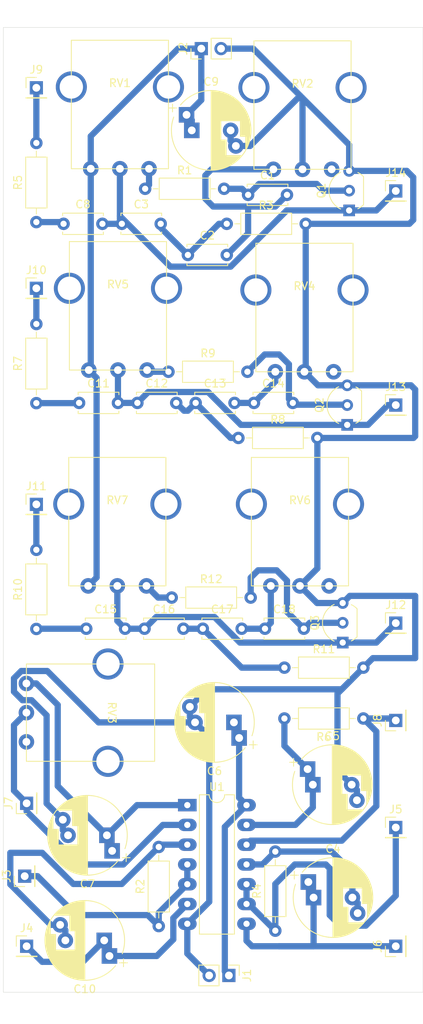
<source format=kicad_pcb>
(kicad_pcb (version 20240108) (generator "pcbnew") (generator_version "8.0")
  (layers (0 "F.Cu" signal) (31 "B.Cu" signal) (34 "B.Paste" user) (35 "F.Paste" user) (36 "B.SilkS" user "B.Silkscreen") (37 "F.SilkS" user "F.Silkscreen") (38 "B.Mask" user) (39 "F.Mask" user) (44 "Edge.Cuts" user))
  (net 0 "")
  (net 1 "Net-(Q1-B)")
  (net 2 "Net-(C1-Pad2)")
  (net 3 "Net-(C2-Pad1)")
  (net 4 "Net-(J14-Pin_1)")
  (net 5 "GND")
  (net 6 "Net-(R1-Pad1)")
  (net 7 "+5V")
  (net 8 "Net-(C4-Pad2)")
  (net 9 "Net-(J6-Pin_1)")
  (net 10 "Net-(C5-Pad1)")
  (net 11 "Net-(C7-Pad1)")
  (net 12 "Net-(C8-Pad1)")
  (net 13 "+BATT")
  (net 14 "Net-(C10-Pad2)")
  (net 15 "Net-(J4-Pin_1)")
  (net 16 "Net-(J13-Pin_1)")
  (net 17 "Net-(C11-Pad1)")
  (net 18 "Net-(C12-Pad2)")
  (net 19 "Net-(C13-Pad2)")
  (net 20 "Net-(Q2-B)")
  (net 21 "Net-(C15-Pad1)")
  (net 22 "Net-(J12-Pin_1)")
  (net 23 "Net-(C16-Pad2)")
  (net 24 "Net-(C17-Pad2)")
  (net 25 "Net-(Q3-B)")
  (net 26 "Net-(J3-Pin_1)")
  (net 27 "Net-(J5-Pin_1)")
  (net 28 "Net-(J7-Pin_1)")
  (net 29 "Net-(J8-Pin_1)")
  (net 30 "Net-(J9-Pin_1)")
  (net 31 "Net-(J10-Pin_1)")
  (net 32 "Net-(J11-Pin_1)")
  (net 33 "Net-(R9-Pad1)")
  (net 34 "Net-(R12-Pad1)")
  (footprint "Resistor_THT:R_Axial_DIN0207_L6.3mm_D2.5mm_P10.16mm_Horizontal" (layer "F.Cu") (at 50.25 95.25 90)
    (property "Reference" "R7" (at 5.08 -2.37 -90) (layer "F.SilkS"))
    (property "Value" "100k")
    (pad "1" thru_hole circle (at 0 0 90) (size 1.6 1.6) (drill 0.8) (layers "*.Cu" "*.Mask") (net 17 "Net-(C11-Pad1)"))
    (pad "2" thru_hole oval (at 10.16 0 90) (size 1.6 1.6) (drill 0.8) (layers "*.Cu" "*.Mask") (net 31 "Net-(J10-Pin_1)"))
  )
  (footprint "Resistor_THT:R_Axial_DIN0207_L6.3mm_D2.5mm_P10.16mm_Horizontal" (layer "F.Cu") (at 92.33 135.75 180)
    (property "Reference" "R6" (at 5.08 -2.37 180) (layer "F.SilkS"))
    (property "Value" "100k")
    (pad "1" thru_hole circle (at 0 0 180) (size 1.6 1.6) (drill 0.8) (layers "*.Cu" "*.Mask") (net 29 "Net-(J8-Pin_1)"))
    (pad "2" thru_hole oval (at 10.16 0 180) (size 1.6 1.6) (drill 0.8) (layers "*.Cu" "*.Mask") (net 10 "Net-(C5-Pad1)"))
  )
  (footprint "solarsound:potentiometer_tht_p120pk9c" (layer "F.Cu") (at 60.75 80.5)
    (property "Reference" "RV5" (at 0 -0.5 0) (layer "F.SilkS"))
    (property "Value" "10k")
    (pad "" thru_hole circle (at -6.25 0) (size 4 4) (drill 3) (layers "*.Cu" "*.Mask"))
    (pad "" thru_hole circle (at 6.25 0) (size 4 4) (drill 3) (layers "*.Cu" "*.Mask"))
    (pad "1" thru_hole circle (at -3.75 10.5) (size 2 2) (drill 1) (layers "*.Cu" "*.Mask") (net 13 "+BATT"))
    (pad "2" thru_hole circle (at 0 10.5) (size 2 2) (drill 1) (layers "*.Cu" "*.Mask") (net 16 "Net-(J13-Pin_1)"))
    (pad "3" thru_hole circle (at 3.75 10.5) (size 2 2) (drill 1) (layers "*.Cu" "*.Mask") (net 33 "Net-(R9-Pad1)"))
  )
  (footprint "Connector_PinHeader_2.54mm:PinHeader_1x01_P2.54mm_Vertical" (layer "F.Cu") (at 96.5 165 90)
    (property "Reference" "J6" (at 0 -2.33 -90) (layer "F.SilkS"))
    (property "Value" "patch")
    (pad "1" thru_hole rect (at 0 0 90) (size 1.7 1.7) (drill 1) (layers "*.Cu" "*.Mask") (net 9 "Net-(J6-Pin_1)"))
  )
  (footprint "Capacitor_THT:C_Disc_D5.0mm_W2.5mm_P5.00mm" (layer "F.Cu") (at 53.75 72.22)
    (property "Reference" "C8" (at 2.5 -2.5 0) (layer "F.SilkS"))
    (property "Value" "1uF")
    (pad "1" thru_hole circle (at 0 0) (size 1.6 1.6) (drill 0.8) (layers "*.Cu" "*.Mask") (net 12 "Net-(C8-Pad1)"))
    (pad "2" thru_hole circle (at 5 0) (size 1.6 1.6) (drill 0.8) (layers "*.Cu" "*.Mask") (net 4 "Net-(J14-Pin_1)"))
  )
  (footprint "Resistor_THT:R_Axial_DIN0207_L6.3mm_D2.5mm_P10.16mm_Horizontal" (layer "F.Cu") (at 66 162.41 90)
    (property "Reference" "R2" (at 5.08 -2.37 -90) (layer "F.SilkS"))
    (property "Value" "1k")
    (pad "1" thru_hole circle (at 0 0 90) (size 1.6 1.6) (drill 0.8) (layers "*.Cu" "*.Mask") (net 26 "Net-(J3-Pin_1)"))
    (pad "2" thru_hole oval (at 10.16 0 90) (size 1.6 1.6) (drill 0.8) (layers "*.Cu" "*.Mask") (net 14 "Net-(C10-Pad2)"))
  )
  (footprint "Capacitor_THT:C_Disc_D5.0mm_W2.5mm_P5.00mm" (layer "F.Cu") (at 70.75 95.22)
    (property "Reference" "C13" (at 2.5 -2.5 0) (layer "F.SilkS"))
    (property "Value" "100nF")
    (pad "1" thru_hole circle (at 0 0) (size 1.6 1.6) (drill 0.8) (layers "*.Cu" "*.Mask") (net 18 "Net-(C12-Pad2)"))
    (pad "2" thru_hole circle (at 5 0) (size 1.6 1.6) (drill 0.8) (layers "*.Cu" "*.Mask") (net 19 "Net-(C13-Pad2)"))
  )
  (footprint "Connector_PinHeader_2.54mm:PinHeader_1x01_P2.54mm_Vertical" (layer "F.Cu") (at 96.5 136 90)
    (property "Reference" "J8" (at 0 -2.33 -90) (layer "F.SilkS"))
    (property "Value" "patch")
    (pad "1" thru_hole rect (at 0 0 90) (size 1.7 1.7) (drill 1) (layers "*.Cu" "*.Mask") (net 29 "Net-(J8-Pin_1)"))
  )
  (footprint "Connector_PinHeader_2.54mm:PinHeader_1x01_P2.54mm_Vertical" (layer "F.Cu") (at 48.75 156 90)
    (property "Reference" "J3" (at 0 -2.33 -90) (layer "F.SilkS"))
    (property "Value" "patch")
    (pad "1" thru_hole rect (at 0 0 90) (size 1.7 1.7) (drill 1) (layers "*.Cu" "*.Mask") (net 26 "Net-(J3-Pin_1)"))
  )
  (footprint "Capacitor_THT:CP_Radial_D10.0mm_P5.00mm_P7.50mm" (layer "F.Cu") (at 75.672144 136.25 180)
    (property "Reference" "C6" (at 2.5 -6.25 180) (layer "F.SilkS"))
    (property "Value" "470uF")
    (pad "1" thru_hole rect (at -0.672144 -2 180) (size 2 2) (drill 1) (layers "*.Cu" "*.Mask") (net 7 "+5V"))
    (pad "1" thru_hole rect (at 0 0 180) (size 2 2) (drill 1) (layers "*.Cu" "*.Mask") (net 7 "+5V"))
    (pad "2" thru_hole circle (at 5 0 180) (size 2 2) (drill 1) (layers "*.Cu" "*.Mask") (net 5 "GND"))
    (pad "2" thru_hole circle (at 5.672144 2 180) (size 2 2) (drill 1) (layers "*.Cu" "*.Mask") (net 5 "GND"))
  )
  (footprint "Connector_PinHeader_2.54mm:PinHeader_1x02_P2.54mm_Vertical" (layer "F.Cu") (at 71.475 49.72 90)
    (property "Reference" "J2" (at 0 -2.33 -90) (layer "F.SilkS"))
    (property "Value" "Conn_01x02_Pin")
    (pad "1" thru_hole rect (at 0 0 90) (size 1.7 1.7) (drill 1) (layers "*.Cu" "*.Mask") (net 13 "+BATT"))
    (pad "2" thru_hole oval (at 0 2.54 90) (size 1.7 1.7) (drill 1) (layers "*.Cu" "*.Mask") (net 5 "GND"))
  )
  (footprint "solarsound:potentiometer_tht_p120pk9c" (layer "F.Cu") (at 61 54.645)
    (property "Reference" "RV1" (at 0 -0.5 0) (layer "F.SilkS"))
    (property "Value" "10k")
    (pad "" thru_hole circle (at -6.25 0) (size 4 4) (drill 3) (layers "*.Cu" "*.Mask"))
    (pad "" thru_hole circle (at 6.25 0) (size 4 4) (drill 3) (layers "*.Cu" "*.Mask"))
    (pad "1" thru_hole circle (at -3.75 10.5) (size 2 2) (drill 1) (layers "*.Cu" "*.Mask") (net 13 "+BATT"))
    (pad "2" thru_hole circle (at 0 10.5) (size 2 2) (drill 1) (layers "*.Cu" "*.Mask") (net 4 "Net-(J14-Pin_1)"))
    (pad "3" thru_hole circle (at 3.75 10.5) (size 2 2) (drill 1) (layers "*.Cu" "*.Mask") (net 6 "Net-(R1-Pad1)"))
  )
  (footprint "Connector_PinHeader_2.54mm:PinHeader_1x01_P2.54mm_Vertical" (layer "F.Cu") (at 50.25 80.5)
    (property "Reference" "J10" (at 0 -2.33 0) (layer "F.SilkS"))
    (property "Value" "in")
    (pad "1" thru_hole rect (at 0 0) (size 1.7 1.7) (drill 1) (layers "*.Cu" "*.Mask") (net 31 "Net-(J10-Pin_1)"))
  )
  (footprint "Resistor_THT:R_Axial_DIN0207_L6.3mm_D2.5mm_P10.16mm_Horizontal" (layer "F.Cu") (at 67.25 91.22)
    (property "Reference" "R9" (at 5.08 -2.37 0) (layer "F.SilkS"))
    (property "Value" "200k")
    (pad "1" thru_hole circle (at 0 0) (size 1.6 1.6) (drill 0.8) (layers "*.Cu" "*.Mask") (net 33 "Net-(R9-Pad1)"))
    (pad "2" thru_hole oval (at 10.16 0) (size 1.6 1.6) (drill 0.8) (layers "*.Cu" "*.Mask") (net 20 "Net-(Q2-B)"))
  )
  (footprint "Connector_PinHeader_2.54mm:PinHeader_1x01_P2.54mm_Vertical" (layer "F.Cu") (at 49 146.64 90)
    (property "Reference" "J7" (at 0 -2.33 -90) (layer "F.SilkS"))
    (property "Value" "patch")
    (pad "1" thru_hole rect (at 0 0 90) (size 1.7 1.7) (drill 1) (layers "*.Cu" "*.Mask") (net 28 "Net-(J7-Pin_1)"))
  )
  (footprint "Capacitor_THT:CP_Radial_D10.0mm_P5.00mm_P7.50mm" (layer "F.Cu") (at 70.25 60.22)
    (property "Reference" "C9" (at 2.5 -6.25 0) (layer "F.SilkS"))
    (property "Value" "470uF")
    (pad "1" thru_hole rect (at -0.672144 -2) (size 2 2) (drill 1) (layers "*.Cu" "*.Mask") (net 13 "+BATT"))
    (pad "1" thru_hole rect (at 0 0) (size 2 2) (drill 1) (layers "*.Cu" "*.Mask") (net 13 "+BATT"))
    (pad "2" thru_hole circle (at 5 0) (size 2 2) (drill 1) (layers "*.Cu" "*.Mask") (net 5 "GND"))
    (pad "2" thru_hole circle (at 5.672144 2) (size 2 2) (drill 1) (layers "*.Cu" "*.Mask") (net 5 "GND"))
  )
  (footprint "solarsound:potentiometer_tht_p120pk9c" (layer "F.Cu") (at 84.5 54.72)
    (property "Reference" "RV2" (at 0 -0.5 0) (layer "F.SilkS"))
    (property "Value" "10k")
    (pad "" thru_hole circle (at -6.25 0) (size 4 4) (drill 3) (layers "*.Cu" "*.Mask"))
    (pad "" thru_hole circle (at 6.25 0) (size 4 4) (drill 3) (layers "*.Cu" "*.Mask"))
    (pad "1" thru_hole circle (at -3.75 10.5) (size 2 2) (drill 1) (layers "*.Cu" "*.Mask") (net 2 "Net-(C1-Pad2)"))
    (pad "2" thru_hole circle (at 0 10.5) (size 2 2) (drill 1) (layers "*.Cu" "*.Mask") (net 5 "GND"))
    (pad "3" thru_hole circle (at 3.75 10.5) (size 2 2) (drill 1) (layers "*.Cu" "*.Mask"))
  )
  (footprint "Capacitor_THT:C_Disc_D5.0mm_W2.5mm_P5.00mm" (layer "F.Cu") (at 77.5 68.5)
    (property "Reference" "C1" (at 2.5 -2.5 0) (layer "F.SilkS"))
    (property "Value" "100nF")
    (pad "1" thru_hole circle (at 0 0) (size 1.6 1.6) (drill 0.8) (layers "*.Cu" "*.Mask") (net 1 "Net-(Q1-B)"))
    (pad "2" thru_hole circle (at 5 0) (size 1.6 1.6) (drill 0.8) (layers "*.Cu" "*.Mask") (net 2 "Net-(C1-Pad2)"))
  )
  (footprint "Connector_PinHeader_2.54mm:PinHeader_1x01_P2.54mm_Vertical" (layer "F.Cu") (at 96.5 123.5)
    (property "Reference" "J12" (at 0 -2.33 0) (layer "F.SilkS"))
    (property "Value" "out")
    (pad "1" thru_hole rect (at 0 0) (size 1.7 1.7) (drill 1) (layers "*.Cu" "*.Mask") (net 22 "Net-(J12-Pin_1)"))
  )
  (footprint "Resistor_THT:R_Axial_DIN0207_L6.3mm_D2.5mm_P10.16mm_Horizontal" (layer "F.Cu") (at 50.25 72 90)
    (property "Reference" "R5" (at 5.08 -2.37 -90) (layer "F.SilkS"))
    (property "Value" "100k")
    (pad "1" thru_hole circle (at 0 0 90) (size 1.6 1.6) (drill 0.8) (layers "*.Cu" "*.Mask") (net 12 "Net-(C8-Pad1)"))
    (pad "2" thru_hole oval (at 10.16 0 90) (size 1.6 1.6) (drill 0.8) (layers "*.Cu" "*.Mask") (net 30 "Net-(J9-Pin_1)"))
  )
  (footprint "Capacitor_THT:C_Disc_D5.0mm_W2.5mm_P5.00mm" (layer "F.Cu") (at 64.17 124.22)
    (property "Reference" "C16" (at 2.5 -2.5 0) (layer "F.SilkS"))
    (property "Value" "100nF")
    (pad "1" thru_hole circle (at 0 0) (size 1.6 1.6) (drill 0.8) (layers "*.Cu" "*.Mask") (net 22 "Net-(J12-Pin_1)"))
    (pad "2" thru_hole circle (at 5 0) (size 1.6 1.6) (drill 0.8) (layers "*.Cu" "*.Mask") (net 23 "Net-(C16-Pad2)"))
  )
  (footprint "Capacitor_THT:CP_Radial_D10.0mm_P5.00mm_P7.50mm" (layer "F.Cu") (at 85.922144 158.75)
    (property "Reference" "C4" (at 2.5 -6.25 0) (layer "F.SilkS"))
    (property "Value" "10uF")
    (pad "1" thru_hole rect (at -0.672144 -2) (size 2 2) (drill 1) (layers "*.Cu" "*.Mask") (net 9 "Net-(J6-Pin_1)"))
    (pad "1" thru_hole rect (at 0 0) (size 2 2) (drill 1) (layers "*.Cu" "*.Mask") (net 9 "Net-(J6-Pin_1)"))
    (pad "2" thru_hole circle (at 5 0) (size 2 2) (drill 1) (layers "*.Cu" "*.Mask") (net 8 "Net-(C4-Pad2)"))
    (pad "2" thru_hole circle (at 5.672144 2) (size 2 2) (drill 1) (layers "*.Cu" "*.Mask") (net 8 "Net-(C4-Pad2)"))
  )
  (footprint "Package_TO_SOT_THT:TO-92_Inline_Wide" (layer "F.Cu") (at 90.25 98.04 90)
    (property "Reference" "Q2" (at 2.54 -3.56 90) (layer "F.SilkS"))
    (property "Value" "BC548")
    (pad "1" thru_hole rect (at 0 0 90) (size 1.5 1.5) (drill 0.8) (layers "*.Cu" "*.Mask") (net 16 "Net-(J13-Pin_1)"))
    (pad "2" thru_hole circle (at 2.54 0 90) (size 1.5 1.5) (drill 0.8) (layers "*.Cu" "*.Mask") (net 20 "Net-(Q2-B)"))
    (pad "3" thru_hole circle (at 5.08 0 90) (size 1.5 1.5) (drill 0.8) (layers "*.Cu" "*.Mask") (net 5 "GND"))
  )
  (footprint "Resistor_THT:R_Axial_DIN0207_L6.3mm_D2.5mm_P10.16mm_Horizontal" (layer "F.Cu") (at 50.25 124.25 90)
    (property "Reference" "R10" (at 5.08 -2.37 -90) (layer "F.SilkS"))
    (property "Value" "100k")
    (pad "1" thru_hole circle (at 0 0 90) (size 1.6 1.6) (drill 0.8) (layers "*.Cu" "*.Mask") (net 21 "Net-(C15-Pad1)"))
    (pad "2" thru_hole oval (at 10.16 0 90) (size 1.6 1.6) (drill 0.8) (layers "*.Cu" "*.Mask") (net 32 "Net-(J11-Pin_1)"))
  )
  (footprint "Resistor_THT:R_Axial_DIN0207_L6.3mm_D2.5mm_P10.16mm_Horizontal" (layer "F.Cu") (at 67.67 120.22)
    (property "Reference" "R12" (at 5.08 -2.37 0) (layer "F.SilkS"))
    (property "Value" "200k")
    (pad "1" thru_hole circle (at 0 0) (size 1.6 1.6) (drill 0.8) (layers "*.Cu" "*.Mask") (net 34 "Net-(R12-Pad1)"))
    (pad "2" thru_hole oval (at 10.16 0) (size 1.6 1.6) (drill 0.8) (layers "*.Cu" "*.Mask") (net 25 "Net-(Q3-B)"))
  )
  (footprint "Connector_PinHeader_2.54mm:PinHeader_1x01_P2.54mm_Vertical" (layer "F.Cu") (at 50.25 108.25)
    (property "Reference" "J11" (at 0 -2.33 0) (layer "F.SilkS"))
    (property "Value" "in")
    (pad "1" thru_hole rect (at 0 0) (size 1.7 1.7) (drill 1) (layers "*.Cu" "*.Mask") (net 32 "Net-(J11-Pin_1)"))
  )
  (footprint "Package_TO_SOT_THT:TO-92_Inline_Wide" (layer "F.Cu") (at 89.67 126 90)
    (property "Reference" "Q3" (at 2.54 -3.56 90) (layer "F.SilkS"))
    (property "Value" "BC548")
    (pad "1" thru_hole rect (at 0 0 90) (size 1.5 1.5) (drill 0.8) (layers "*.Cu" "*.Mask") (net 22 "Net-(J12-Pin_1)"))
    (pad "2" thru_hole circle (at 2.54 0 90) (size 1.5 1.5) (drill 0.8) (layers "*.Cu" "*.Mask") (net 25 "Net-(Q3-B)"))
    (pad "3" thru_hole circle (at 5.08 0 90) (size 1.5 1.5) (drill 0.8) (layers "*.Cu" "*.Mask") (net 5 "GND"))
  )
  (footprint "Package_TO_SOT_THT:TO-92_Inline_Wide" (layer "F.Cu") (at 90.5 70.5 90)
    (property "Reference" "Q1" (at 2.54 -3.56 90) (layer "F.SilkS"))
    (property "Value" "BC548")
    (pad "1" thru_hole rect (at 0 0 90) (size 1.5 1.5) (drill 0.8) (layers "*.Cu" "*.Mask") (net 4 "Net-(J14-Pin_1)"))
    (pad "2" thru_hole circle (at 2.54 0 90) (size 1.5 1.5) (drill 0.8) (layers "*.Cu" "*.Mask") (net 1 "Net-(Q1-B)"))
    (pad "3" thru_hole circle (at 5.08 0 90) (size 1.5 1.5) (drill 0.8) (layers "*.Cu" "*.Mask") (net 5 "GND"))
  )
  (footprint "Resistor_THT:R_Axial_DIN0207_L6.3mm_D2.5mm_P10.16mm_Horizontal" (layer "F.Cu") (at 64.25 67.72)
    (property "Reference" "R1" (at 5.08 -2.37 0) (layer "F.SilkS"))
    (property "Value" "200k")
    (pad "1" thru_hole circle (at 0 0) (size 1.6 1.6) (drill 0.8) (layers "*.Cu" "*.Mask") (net 6 "Net-(R1-Pad1)"))
    (pad "2" thru_hole oval (at 10.16 0) (size 1.6 1.6) (drill 0.8) (layers "*.Cu" "*.Mask") (net 1 "Net-(Q1-B)"))
  )
  (footprint "Connector_PinHeader_2.54mm:PinHeader_1x01_P2.54mm_Vertical" (layer "F.Cu") (at 96.5 68)
    (property "Reference" "J14" (at 0 -2.33 0) (layer "F.SilkS"))
    (property "Value" "out")
    (pad "1" thru_hole rect (at 0 0) (size 1.7 1.7) (drill 1) (layers "*.Cu" "*.Mask") (net 4 "Net-(J14-Pin_1)"))
  )
  (footprint "solarsound:potentiometer_tht_p120pk9c" (layer "F.Cu") (at 59.47 135 -90)
    (property "Reference" "RV3" (at 0 -0.5 -90) (layer "F.SilkS"))
    (property "Value" "10k")
    (pad "" thru_hole circle (at -6.25 0 270) (size 4 4) (drill 3) (layers "*.Cu" "*.Mask"))
    (pad "" thru_hole circle (at 6.25 0 270) (size 4 4) (drill 3) (layers "*.Cu" "*.Mask"))
    (pad "1" thru_hole circle (at -3.75 10.5 270) (size 2 2) (drill 1) (layers "*.Cu" "*.Mask") (net 11 "Net-(C7-Pad1)"))
    (pad "2" thru_hole circle (at 0 10.5 270) (size 2 2) (drill 1) (layers "*.Cu" "*.Mask") (net 28 "Net-(J7-Pin_1)"))
    (pad "3" thru_hole circle (at 3.75 10.5 270) (size 2 2) (drill 1) (layers "*.Cu" "*.Mask"))
  )
  (footprint "Capacitor_THT:CP_Radial_D10.0mm_P5.00mm_P7.50mm" (layer "F.Cu") (at 59.327856 150.75 180)
    (property "Reference" "C7" (at 2.5 -6.25 180) (layer "F.SilkS"))
    (property "Value" "470uF")
    (pad "1" thru_hole rect (at -0.672144 -2 180) (size 2 2) (drill 1) (layers "*.Cu" "*.Mask") (net 11 "Net-(C7-Pad1)"))
    (pad "1" thru_hole rect (at 0 0 180) (size 2 2) (drill 1) (layers "*.Cu" "*.Mask") (net 11 "Net-(C7-Pad1)"))
    (pad "2" thru_hole circle (at 5 0 180) (size 2 2) (drill 1) (layers "*.Cu" "*.Mask") (net 5 "GND"))
    (pad "2" thru_hole circle (at 5.672144 2 180) (size 2 2) (drill 1) (layers "*.Cu" "*.Mask") (net 5 "GND"))
  )
  (footprint "solarsound:potentiometer_tht_p120pk9c" (layer "F.Cu") (at 60.67 108.22)
    (property "Reference" "RV7" (at 0 -0.5 0) (layer "F.SilkS"))
    (property "Value" "10k")
    (pad "" thru_hole circle (at -6.25 0) (size 4 4) (drill 3) (layers "*.Cu" "*.Mask"))
    (pad "" thru_hole circle (at 6.25 0) (size 4 4) (drill 3) (layers "*.Cu" "*.Mask"))
    (pad "1" thru_hole circle (at -3.75 10.5) (size 2 2) (drill 1) (layers "*.Cu" "*.Mask") (net 13 "+BATT"))
    (pad "2" thru_hole circle (at 0 10.5) (size 2 2) (drill 1) (layers "*.Cu" "*.Mask") (net 22 "Net-(J12-Pin_1)"))
    (pad "3" thru_hole circle (at 3.75 10.5) (size 2 2) (drill 1) (layers "*.Cu" "*.Mask") (net 34 "Net-(R12-Pad1)"))
  )
  (footprint "Capacitor_THT:C_Disc_D5.0mm_W2.5mm_P5.00mm" (layer "F.Cu") (at 61.25 72.22)
    (property "Reference" "C3" (at 2.5 -2.5 0) (layer "F.SilkS"))
    (property "Value" "100nF")
    (pad "1" thru_hole circle (at 0 0) (size 1.6 1.6) (drill 0.8) (layers "*.Cu" "*.Mask") (net 4 "Net-(J14-Pin_1)"))
    (pad "2" thru_hole circle (at 5 0) (size 1.6 1.6) (drill 0.8) (layers "*.Cu" "*.Mask") (net 3 "Net-(C2-Pad1)"))
  )
  (footprint "Package_DIP:DIP-14_W7.62mm_LongPads" (layer "F.Cu") (at 69.675 146.875)
    (property "Reference" "U1" (at 3.81 -2.33 0) (layer "F.SilkS"))
    (property "Value" "74HC14")
    (pad "1" thru_hole rect (at 0 0) (size 2.4 1.6) (drill 0.8) (layers "*.Cu" "*.Mask") (net 11 "Net-(C7-Pad1)"))
    (pad "2" thru_hole oval (at 0 2.54) (size 2.4 1.6) (drill 0.8) (layers "*.Cu" "*.Mask") (net 28 "Net-(J7-Pin_1)"))
    (pad "3" thru_hole oval (at 0 5.08) (size 2.4 1.6) (drill 0.8) (layers "*.Cu" "*.Mask") (net 14 "Net-(C10-Pad2)"))
    (pad "4" thru_hole oval (at 0 7.62) (size 2.4 1.6) (drill 0.8) (layers "*.Cu" "*.Mask") (net 26 "Net-(J3-Pin_1)"))
    (pad "5" thru_hole oval (at 0 10.16) (size 2.4 1.6) (drill 0.8) (layers "*.Cu" "*.Mask") (net 26 "Net-(J3-Pin_1)"))
    (pad "6" thru_hole oval (at 0 12.7) (size 2.4 1.6) (drill 0.8) (layers "*.Cu" "*.Mask") (net 15 "Net-(J4-Pin_1)"))
    (pad "7" thru_hole oval (at 0 15.24) (size 2.4 1.6) (drill 0.8) (layers "*.Cu" "*.Mask") (net 5 "GND"))
    (pad "8" thru_hole oval (at 7.62 15.24) (size 2.4 1.6) (drill 0.8) (layers "*.Cu" "*.Mask") (net 9 "Net-(J6-Pin_1)"))
    (pad "9" thru_hole oval (at 7.62 12.7) (size 2.4 1.6) (drill 0.8) (layers "*.Cu" "*.Mask") (net 27 "Net-(J5-Pin_1)"))
    (pad "10" thru_hole oval (at 7.62 10.16) (size 2.4 1.6) (drill 0.8) (layers "*.Cu" "*.Mask") (net 27 "Net-(J5-Pin_1)"))
    (pad "11" thru_hole oval (at 7.62 7.62) (size 2.4 1.6) (drill 0.8) (layers "*.Cu" "*.Mask") (net 8 "Net-(C4-Pad2)"))
    (pad "12" thru_hole oval (at 7.62 5.08) (size 2.4 1.6) (drill 0.8) (layers "*.Cu" "*.Mask") (net 29 "Net-(J8-Pin_1)"))
    (pad "13" thru_hole oval (at 7.62 2.54) (size 2.4 1.6) (drill 0.8) (layers "*.Cu" "*.Mask") (net 10 "Net-(C5-Pad1)"))
    (pad "14" thru_hole oval (at 7.62 0) (size 2.4 1.6) (drill 0.8) (layers "*.Cu" "*.Mask") (net 7 "+5V"))
  )
  (footprint "Capacitor_THT:C_Disc_D5.0mm_W2.5mm_P5.00mm" (layer "F.Cu") (at 71.67 124.22)
    (property "Reference" "C17" (at 2.5 -2.5 0) (layer "F.SilkS"))
    (property "Value" "100nF")
    (pad "1" thru_hole circle (at 0 0) (size 1.6 1.6) (drill 0.8) (layers "*.Cu" "*.Mask") (net 23 "Net-(C16-Pad2)"))
    (pad "2" thru_hole circle (at 5 0) (size 1.6 1.6) (drill 0.8) (layers "*.Cu" "*.Mask") (net 24 "Net-(C17-Pad2)"))
  )
  (footprint "solarsound:potentiometer_tht_p120pk9c" (layer "F.Cu") (at 84.75 80.72)
    (property "Reference" "RV4" (at 0 -0.5 0) (layer "F.SilkS"))
    (property "Value" "10k")
    (pad "" thru_hole circle (at -6.25 0) (size 4 4) (drill 3) (layers "*.Cu" "*.Mask"))
    (pad "" thru_hole circle (at 6.25 0) (size 4 4) (drill 3) (layers "*.Cu" "*.Mask"))
    (pad "1" thru_hole circle (at -3.75 10.5) (size 2 2) (drill 1) (layers "*.Cu" "*.Mask") (net 19 "Net-(C13-Pad2)"))
    (pad "2" thru_hole circle (at 0 10.5) (size 2 2) (drill 1) (layers "*.Cu" "*.Mask") (net 5 "GND"))
    (pad "3" thru_hole circle (at 3.75 10.5) (size 2 2) (drill 1) (layers "*.Cu" "*.Mask"))
  )
  (footprint "Capacitor_THT:C_Disc_D5.0mm_W2.5mm_P5.00mm" (layer "F.Cu") (at 55.75 95.22)
    (property "Reference" "C11" (at 2.5 -2.5 0) (layer "F.SilkS"))
    (property "Value" "1uF")
    (pad "1" thru_hole circle (at 0 0) (size 1.6 1.6) (drill 0.8) (layers "*.Cu" "*.Mask") (net 17 "Net-(C11-Pad1)"))
    (pad "2" thru_hole circle (at 5 0) (size 1.6 1.6) (drill 0.8) (layers "*.Cu" "*.Mask") (net 16 "Net-(J13-Pin_1)"))
  )
  (footprint "Capacitor_THT:C_Disc_D5.0mm_W2.5mm_P5.00mm" (layer "F.Cu") (at 63.25 95.22)
    (property "Reference" "C12" (at 2.5 -2.5 0) (layer "F.SilkS"))
    (property "Value" "100nF")
    (pad "1" thru_hole circle (at 0 0) (size 1.6 1.6) (drill 0.8) (layers "*.Cu" "*.Mask") (net 16 "Net-(J13-Pin_1)"))
    (pad "2" thru_hole circle (at 5 0) (size 1.6 1.6) (drill 0.8) (layers "*.Cu" "*.Mask") (net 18 "Net-(C12-Pad2)"))
  )
  (footprint "Resistor_THT:R_Axial_DIN0207_L6.3mm_D2.5mm_P10.16mm_Horizontal" (layer "F.Cu") (at 74.75 72.22)
    (property "Reference" "R3" (at 5.08 -2.37 0) (layer "F.SilkS"))
    (property "Value" "10k")
    (pad "1" thru_hole circle (at 0 0) (size 1.6 1.6) (drill 0.8) (layers "*.Cu" "*.Mask") (net 3 "Net-(C2-Pad1)"))
    (pad "2" thru_hole oval (at 10.16 0) (size 1.6 1.6) (drill 0.8) (layers "*.Cu" "*.Mask") (net 5 "GND"))
  )
  (footprint "Capacitor_THT:C_Disc_D5.0mm_W2.5mm_P5.00mm" (layer "F.Cu") (at 69.75 76.22)
    (property "Reference" "C2" (at 2.5 -2.5 0) (layer "F.SilkS"))
    (property "Value" "100nF")
    (pad "1" thru_hole circle (at 0 0) (size 1.6 1.6) (drill 0.8) (layers "*.Cu" "*.Mask") (net 3 "Net-(C2-Pad1)"))
    (pad "2" thru_hole circle (at 5 0) (size 1.6 1.6) (drill 0.8) (layers "*.Cu" "*.Mask") (net 2 "Net-(C1-Pad2)"))
  )
  (footprint "Connector_PinHeader_2.54mm:PinHeader_1x02_P2.54mm_Vertical" (layer "F.Cu") (at 75.025 168.75 -90)
    (property "Reference" "J1" (at 0 -2.33 90) (layer "F.SilkS"))
    (property "Value" "Conn_01x02_Pin")
    (pad "1" thru_hole rect (at 0 0 270) (size 1.7 1.7) (drill 1) (layers "*.Cu" "*.Mask") (net 7 "+5V"))
    (pad "2" thru_hole oval (at 0 2.54 270) (size 1.7 1.7) (drill 1) (layers "*.Cu" "*.Mask") (net 5 "GND"))
  )
  (footprint "Resistor_THT:R_Axial_DIN0207_L6.3mm_D2.5mm_P10.16mm_Horizontal" (layer "F.Cu") (at 82.17 129.22)
    (property "Reference" "R11" (at 5.08 -2.37 0) (layer "F.SilkS"))
    (property "Value" "10k")
    (pad "1" thru_hole circle (at 0 0) (size 1.6 1.6) (drill 0.8) (layers "*.Cu" "*.Mask") (net 23 "Net-(C16-Pad2)"))
    (pad "2" thru_hole oval (at 10.16 0) (size 1.6 1.6) (drill 0.8) (layers "*.Cu" "*.Mask") (net 5 "GND"))
  )
  (footprint "Capacitor_THT:C_Disc_D5.0mm_W2.5mm_P5.00mm" (layer "F.Cu") (at 78.25 95.22)
    (property "Reference" "C14" (at 2.5 -2.5 0) (layer "F.SilkS"))
    (property "Value" "100nF")
    (pad "1" thru_hole circle (at 0 0) (size 1.6 1.6) (drill 0.8) (layers "*.Cu" "*.Mask") (net 19 "Net-(C13-Pad2)"))
    (pad "2" thru_hole circle (at 5 0) (size 1.6 1.6) (drill 0.8) (layers "*.Cu" "*.Mask") (net 20 "Net-(Q2-B)"))
  )
  (footprint "Connector_PinHeader_2.54mm:PinHeader_1x01_P2.54mm_Vertical" (layer "F.Cu") (at 96.5 149.75)
    (property "Reference" "J5" (at 0 -2.33 0) (layer "F.SilkS"))
    (property "Value" "patch")
    (pad "1" thru_hole rect (at 0 0) (size 1.7 1.7) (drill 1) (layers "*.Cu" "*.Mask") (net 27 "Net-(J5-Pin_1)"))
  )
  (footprint "Capacitor_THT:CP_Radial_D10.0mm_P5.00mm_P7.50mm" (layer "F.Cu") (at 85.827856 144.25)
    (property "Reference" "C5" (at 2.5 -6.25 0) (layer "F.SilkS"))
    (property "Value" "10uF")
    (pad "1" thru_hole rect (at -0.672144 -2) (size 2 2) (drill 1) (layers "*.Cu" "*.Mask") (net 10 "Net-(C5-Pad1)"))
    (pad "1" thru_hole rect (at 0 0) (size 2 2) (drill 1) (layers "*.Cu" "*.Mask") (net 10 "Net-(C5-Pad1)"))
    (pad "2" thru_hole circle (at 5 0) (size 2 2) (drill 1) (layers "*.Cu" "*.Mask") (net 5 "GND"))
    (pad "2" thru_hole circle (at 5.672144 2) (size 2 2) (drill 1) (layers "*.Cu" "*.Mask") (net 5 "GND"))
  )
  (footprint "Capacitor_THT:C_Disc_D5.0mm_W2.5mm_P5.00mm" (layer "F.Cu") (at 56.67 124.22)
    (property "Reference" "C15" (at 2.5 -2.5 0) (layer "F.SilkS"))
    (property "Value" "1uF")
    (pad "1" thru_hole circle (at 0 0) (size 1.6 1.6) (drill 0.8) (layers "*.Cu" "*.Mask") (net 21 "Net-(C15-Pad1)"))
    (pad "2" thru_hole circle (at 5 0) (size 1.6 1.6) (drill 0.8) (layers "*.Cu" "*.Mask") (net 22 "Net-(J12-Pin_1)"))
  )
  (footprint "Resistor_THT:R_Axial_DIN0207_L6.3mm_D2.5mm_P10.16mm_Horizontal" (layer "F.Cu") (at 76.25 99.72)
    (property "Reference" "R8" (at 5.08 -2.37 0) (layer "F.SilkS"))
    (property "Value" "10k")
    (pad "1" thru_hole circle (at 0 0) (size 1.6 1.6) (drill 0.8) (layers "*.Cu" "*.Mask") (net 18 "Net-(C12-Pad2)"))
    (pad "2" thru_hole oval (at 10.16 0) (size 1.6 1.6) (drill 0.8) (layers "*.Cu" "*.Mask") (net 5 "GND"))
  )
  (footprint "Connector_PinHeader_2.54mm:PinHeader_1x01_P2.54mm_Vertical" (layer "F.Cu") (at 96.5 95.5)
    (property "Reference" "J13" (at 0 -2.33 0) (layer "F.SilkS"))
    (property "Value" "out")
    (pad "1" thru_hole rect (at 0 0) (size 1.7 1.7) (drill 1) (layers "*.Cu" "*.Mask") (net 16 "Net-(J13-Pin_1)"))
  )
  (footprint "solarsound:potentiometer_tht_p120pk9c" (layer "F.Cu") (at 84.17 108.22)
    (property "Reference" "RV6" (at 0 -0.5 0) (layer "F.SilkS"))
    (property "Value" "10k")
    (pad "" thru_hole circle (at -6.25 0) (size 4 4) (drill 3) (layers "*.Cu" "*.Mask"))
    (pad "" thru_hole circle (at 6.25 0) (size 4 4) (drill 3) (layers "*.Cu" "*.Mask"))
    (pad "1" thru_hole circle (at -3.75 10.5) (size 2 2) (drill 1) (layers "*.Cu" "*.Mask") (net 24 "Net-(C17-Pad2)"))
    (pad "2" thru_hole circle (at 0 10.5) (size 2 2) (drill 1) (layers "*.Cu" "*.Mask") (net 5 "GND"))
    (pad "3" thru_hole circle (at 3.75 10.5) (size 2 2) (drill 1) (layers "*.Cu" "*.Mask"))
  )
  (footprint "Capacitor_THT:CP_Radial_D10.0mm_P5.00mm_P7.50mm" (layer "F.Cu") (at 58.982677 164.25 180)
    (property "Reference" "C10" (at 2.5 -6.25 180) (layer "F.SilkS"))
    (property "Value" "10uF")
    (pad "1" thru_hole rect (at -0.672144 -2 180) (size 2 2) (drill 1) (layers "*.Cu" "*.Mask") (net 15 "Net-(J4-Pin_1)"))
    (pad "1" thru_hole rect (at 0 0 180) (size 2 2) (drill 1) (layers "*.Cu" "*.Mask") (net 15 "Net-(J4-Pin_1)"))
    (pad "2" thru_hole circle (at 5 0 180) (size 2 2) (drill 1) (layers "*.Cu" "*.Mask") (net 14 "Net-(C10-Pad2)"))
    (pad "2" thru_hole circle (at 5.672144 2 180) (size 2 2) (drill 1) (layers "*.Cu" "*.Mask") (net 14 "Net-(C10-Pad2)"))
  )
  (footprint "Capacitor_THT:C_Disc_D5.0mm_W2.5mm_P5.00mm" (layer "F.Cu") (at 79.67 124.22)
    (property "Reference" "C18" (at 2.5 -2.5 0) (layer "F.SilkS"))
    (property "Value" "100nF")
    (pad "1" thru_hole circle (at 0 0) (size 1.6 1.6) (drill 0.8) (layers "*.Cu" "*.Mask") (net 24 "Net-(C17-Pad2)"))
    (pad "2" thru_hole circle (at 5 0) (size 1.6 1.6) (drill 0.8) (layers "*.Cu" "*.Mask") (net 25 "Net-(Q3-B)"))
  )
  (footprint "Resistor_THT:R_Axial_DIN0207_L6.3mm_D2.5mm_P10.16mm_Horizontal" (layer "F.Cu") (at 81 163 90)
    (property "Reference" "R4" (at 5.08 -2.37 -90) (layer "F.SilkS"))
    (property "Value" "10k")
    (pad "1" thru_hole circle (at 0 0 90) (size 1.6 1.6) (drill 0.8) (layers "*.Cu" "*.Mask") (net 27 "Net-(J5-Pin_1)"))
    (pad "2" thru_hole oval (at 10.16 0 90) (size 1.6 1.6) (drill 0.8) (layers "*.Cu" "*.Mask") (net 8 "Net-(C4-Pad2)"))
  )
  (footprint "Connector_PinHeader_2.54mm:PinHeader_1x01_P2.54mm_Vertical" (layer "F.Cu") (at 50.25 54.75)
    (property "Reference" "J9" (at 0 -2.33 0) (layer "F.SilkS"))
    (property "Value" "in")
    (pad "1" thru_hole rect (at 0 0) (size 1.7 1.7) (drill 1) (layers "*.Cu" "*.Mask") (net 30 "Net-(J9-Pin_1)"))
  )
  (footprint "Connector_PinHeader_2.54mm:PinHeader_1x01_P2.54mm_Vertical" (layer "F.Cu") (at 49 165)
    (property "Reference" "J4" (at 0 -2.33 0) (layer "F.SilkS"))
    (property "Value" "patch")
    (pad "1" thru_hole rect (at 0 0) (size 1.7 1.7) (drill 1) (layers "*.Cu" "*.Mask") (net 15 "Net-(J4-Pin_1)"))
  )
  (gr_rect (start 46 47) (end 100 170.908063) (stroke (width 0.05)) (fill none) (layer "Edge.Cuts"))
  (segment (start 86.33401 67.1) (end 87.19401 67.96) (width 0.8) (layer "B.Cu") (net 1))
  (segment (start 87.19401 67.96) (end 90.5 67.96) (width 0.8) (layer "B.Cu") (net 1))
  (segment (start 87.18401 67.97) (end 87.19401 67.96) (width 0.8) (layer "B.Cu") (net 1))
  (segment (start 77.5 68.5) (end 78.9 67.1) (width 0.8) (layer "B.Cu") (net 1))
  (segment (start 76.72 67.72) (end 77.5 68.5) (width 0.8) (layer "B.Cu") (net 1))
  (segment (start 78.9 67.1) (end 86.33401 67.1) (width 0.8) (layer "B.Cu") (net 1))
  (segment (start 74.41 67.72) (end 76.72 67.72) (width 0.8) (layer "B.Cu") (net 1))
  (segment (start 72 69) (end 73 70) (width 0.8) (layer "B.Cu") (net 2))
  (segment (start 81 70) (end 75 70) (width 0.8) (layer "B.Cu") (net 2))
  (segment (start 75 70) (end 77.5 70) (width 0.8) (layer "B.Cu") (net 2))
  (segment (start 77.5 70) (end 77.5 73.47) (width 0.8) (layer "B.Cu") (net 2))
  (segment (start 80.75 65.22) (end 72.78 65.22) (width 0.8) (layer "B.Cu") (net 2))
  (segment (start 77.5 73.47) (end 74.75 76.22) (width 0.8) (layer "B.Cu") (net 2))
  (segment (start 82.5 68.5) (end 81 70) (width 0.8) (layer "B.Cu") (net 2))
  (segment (start 72.78 65.22) (end 72 66) (width 0.8) (layer "B.Cu") (net 2))
  (segment (start 73 70) (end 75 70) (width 0.8) (layer "B.Cu") (net 2))
  (segment (start 72 66) (end 72 69) (width 0.8) (layer "B.Cu") (net 2))
  (segment (start 66.25 72.22) (end 66.25 72.72) (width 0.8) (layer "B.Cu") (net 3))
  (segment (start 73.75 72.22) (end 69.75 76.22) (width 0.8) (layer "B.Cu") (net 3))
  (segment (start 74.75 72.22) (end 73.75 72.22) (width 0.8) (layer "B.Cu") (net 3))
  (segment (start 66.25 72.72) (end 69.75 76.22) (width 0.8) (layer "B.Cu") (net 3))
  (segment (start 67.5 77.72) (end 61 71.22) (width 0.8) (layer "B.Cu") (net 4))
  (segment (start 61 71.22) (end 61 71.97) (width 0.8) (layer "B.Cu") (net 4))
  (segment (start 58.75 72.22) (end 61.25 72.22) (width 0.8) (layer "B.Cu") (net 4))
  (segment (start 75.25 77.72) (end 67.5 77.72) (width 0.8) (layer "B.Cu") (net 4))
  (segment (start 96.5 68) (end 94 70.5) (width 0.8) (layer "B.Cu") (net 4))
  (segment (start 94 70.5) (end 90.5 70.5) (width 0.8) (layer "B.Cu") (net 4))
  (segment (start 61 65.145) (end 61 71.22) (width 0.8) (layer "B.Cu") (net 4))
  (segment (start 82.47 70.5) (end 75.25 77.72) (width 0.8) (layer "B.Cu") (net 4))
  (segment (start 90.5 70.5) (end 82.47 70.5) (width 0.8) (layer "B.Cu") (net 4))
  (segment (start 90.5 62.07) (end 84.5 56.07) (width 0.8) (layer "B.Cu") (net 5))
  (segment (start 75.922144 62.22) (end 77.75 62.22) (width 0.8) (layer "B.Cu") (net 5))
  (segment (start 97.92 65.42) (end 98.75 66.25) (width 0.8) (layer "B.Cu") (net 5))
  (segment (start 86.49 92.96) (end 84.75 91.22) (width 0.8) (layer "B.Cu") (net 5))
  (segment (start 91.5 146.25) (end 91.5 144.922144) (width 0.8) (layer "B.Cu") (net 5))
  (segment (start 89.55 132) (end 90.775 130.775) (width 0.8) (layer "B.Cu") (net 5))
  (segment (start 48.457258 133.4) (end 49.632742 133.4) (width 0.8) (layer "B.Cu") (net 5))
  (segment (start 93.55 128) (end 99 128) (width 0.8) (layer "B.Cu") (net 5))
  (segment (start 75.25 60.22) (end 75.25 61.547856) (width 0.8) (layer "B.Cu") (net 5))
  (segment (start 90.25 92.96) (end 98.46 92.96) (width 0.8) (layer "B.Cu") (net 5))
  (segment (start 51.65 129.65) (end 48.307258 129.65) (width 0.8) (layer "B.Cu") (net 5))
  (segment (start 99 93.5) (end 99 99.5) (width 0.8) (layer "B.Cu") (net 5))
  (segment (start 69.675 162.115) (end 69.675 165.94) (width 0.8) (layer "B.Cu") (net 5))
  (segment (start 72.5 138.077856) (end 70.672144 136.25) (width 0.8) (layer "B.Cu") (net 5))
  (segment (start 47.37 132.312742) (end 48.457258 133.4) (width 0.8) (layer "B.Cu") (net 5))
  (segment (start 51.57 146.664288) (end 53.655712 148.75) (width 0.8) (layer "B.Cu") (net 5))
  (segment (start 99 120) (end 90.59 120) (width 0.8) (layer "B.Cu") (net 5))
  (segment (start 90.25 92.96) (end 86.49 92.96) (width 0.8) (layer "B.Cu") (net 5))
  (segment (start 98.46 92.96) (end 99 93.5) (width 0.8) (layer "B.Cu") (net 5))
  (segment (start 89.67 120.92) (end 86.37 120.92) (width 0.8) (layer "B.Cu") (net 5))
  (segment (start 51.57 135.337258) (end 51.57 146.664288) (width 0.8) (layer "B.Cu") (net 5))
  (segment (start 69.675 165.94) (end 72.485 168.75) (width 0.8) (layer "B.Cu") (net 5))
  (segment (start 75.25 61.547856) (end 75.922144 62.22) (width 0.8) (layer "B.Cu") (net 5))
  (segment (start 99 128) (end 99 120) (width 0.8) (layer "B.Cu") (net 5))
  (segment (start 70 134.25) (end 70 135.577856) (width 0.8) (layer "B.Cu") (net 5))
  (segment (start 48.307258 129.65) (end 47.37 130.587258) (width 0.8) (layer "B.Cu") (net 5))
  (segment (start 86.41 116.48) (end 84.17 118.72) (width 0.8) (layer "B.Cu") (net 5))
  (segment (start 53.655712 148.75) (end 53.655712 150.077856) (width 0.8) (layer "B.Cu") (net 5))
  (segment (start 90.5 65.42) (end 90.5 62.07) (width 0.8) (layer "B.Cu") (net 5))
  (segment (start 90.5 65.42) (end 97.92 65.42) (width 0.8) (layer "B.Cu") (net 5))
  (segment (start 98.78 99.72) (end 86.41 99.72) (width 0.8) (layer "B.Cu") (net 5))
  (segment (start 84.5 56.07) (end 84.2 55.77) (width 0.8) (layer "B.Cu") (net 5))
  (segment (start 89 132.55) (end 89 142.422144) (width 0.8) (layer "B.Cu") (net 5))
  (segment (start 98.75 66.25) (end 98.75 71.72) (width 0.8) (layer "B.Cu") (net 5))
  (segment (start 49.632742 133.4) (end 51.57 135.337258) (width 0.8) (layer "B.Cu") (net 5))
  (segment (start 91.5 144.922144) (end 90.827856 144.25) (width 0.8) (layer "B.Cu") (net 5))
  (segment (start 92.33 129.22) (end 90.775 130.775) (width 0.8) (layer "B.Cu") (net 5))
  (segment (start 89 142.422144) (end 90.827856 144.25) (width 0.8) (layer "B.Cu") (net 5))
  (segment (start 86.37 120.92) (end 84.17 118.72) (width 0.8) (layer "B.Cu") (net 5))
  (segment (start 99 99.5) (end 98.78 99.72) (width 0.8) (layer "B.Cu") (net 5))
  (segment (start 70.672144 136.25) (end 58.25 136.25) (width 0.8) (layer "B.Cu") (net 5))
  (segment (start 77.75 62.22) (end 84.2 55.77) (width 0.8) (layer "B.Cu") (net 5))
  (segment (start 98.25 72.22) (end 84.91 72.22) (width 0.8) (layer "B.Cu") (net 5))
  (segment (start 53.655712 150.077856) (end 54.327856 150.75) (width 0.8) (layer "B.Cu") (net 5))
  (segment (start 90.775 130.775) (end 89 132.55) (width 0.8) (layer "B.Cu") (net 5))
  (segment (start 74.015 49.72) (end 78.15 49.72) (width 0.8) (layer "B.Cu") (net 5))
  (segment (start 98.75 71.72) (end 98.25 72.22) (width 0.8) (layer "B.Cu") (net 5))
  (segment (start 69.675 162.115) (end 72.5 159.29) (width 0.8) (layer "B.Cu") (net 5))
  (segment (start 58.25 136.25) (end 51.65 129.65) (width 0.8) (layer "B.Cu") (net 5))
  (segment (start 70 134.25) (end 72.25 132) (width 0.8) (layer "B.Cu") (net 5))
  (segment (start 78.15 49.72) (end 84.2 55.77) (width 0.8) (layer "B.Cu") (net 5))
  (segment (start 92.33 129.22) (end 93.55 128) (width 0.8) (layer "B.Cu") (net 5))
  (segment (start 72.5 159.29) (end 72.5 138.077856) (width 0.8) (layer "B.Cu") (net 5))
  (segment (start 86.41 99.72) (end 86.41 116.48) (width 0.8) (layer "B.Cu") (net 5))
  (segment (start 84.91 72.22) (end 84.91 91.06) (width 0.8) (layer "B.Cu") (net 5))
  (segment (start 84.5 65.22) (end 84.5 56.07) (width 0.8) (layer "B.Cu") (net 5))
  (segment (start 47.37 130.587258) (end 47.37 132.312742) (width 0.8) (layer "B.Cu") (net 5))
  (segment (start 72.25 132) (end 89.55 132) (width 0.8) (layer "B.Cu") (net 5))
  (segment (start 90.59 120) (end 89.67 120.92) (width 0.8) (layer "B.Cu") (net 5))
  (segment (start 70 135.577856) (end 70.672144 136.25) (width 0.8) (layer "B.Cu") (net 5))
  (segment (start 64.75 67.22) (end 64.25 67.72) (width 0.8) (layer "B.Cu") (net 6))
  (segment (start 64.75 65.145) (end 64.75 67.22) (width 0.8) (layer "B.Cu") (net 6))
  (segment (start 74.5 168.225) (end 74.5 149.67) (width 0.8) (layer "B.Cu") (net 7))
  (segment (start 74.5 149.67) (end 77.295 146.875) (width 0.8) (layer "B.Cu") (net 7))
  (segment (start 76.344288 145.924288) (end 77.295 146.875) (width 0.8) (layer "B.Cu") (net 7))
  (segment (start 76.344288 138.25) (end 76.344288 145.924288) (width 0.8) (layer "B.Cu") (net 7))
  (segment (start 75.025 168.75) (end 74.5 168.225) (width 0.8) (layer "B.Cu") (net 7))
  (segment (start 88.254214 152.84) (end 81 152.84) (width 0.8) (layer "B.Cu") (net 8))
  (segment (start 90.922144 158.75) (end 90.922144 155.50793) (width 0.8) (layer "B.Cu") (net 8))
  (segment (start 90.922144 155.50793) (end 88.254214 152.84) (width 0.8) (layer "B.Cu") (net 8))
  (segment (start 77.295 154.495) (end 79.345 154.495) (width 0.8) (layer "B.Cu") (net 8))
  (segment (start 91.594288 159.422144) (end 90.922144 158.75) (width 0.8) (layer "B.Cu") (net 8))
  (segment (start 91.594288 160.75) (end 91.594288 159.422144) (width 0.8) (layer "B.Cu") (net 8))
  (segment (start 79.345 154.495) (end 81 152.84) (width 0.8) (layer "B.Cu") (net 8))
  (segment (start 78 165) (end 77.295 164.295) (width 0.8) (layer "B.Cu") (net 9))
  (segment (start 77.295 164.295) (end 77.295 162.115) (width 0.8) (layer "B.Cu") (net 9))
  (segment (start 81.472144 165) (end 78 165) (width 0.8) (layer "B.Cu") (net 9))
  (segment (start 96.5 165) (end 81.472144 165) (width 0.8) (layer "B.Cu") (net 9))
  (segment (start 85.922144 158.75) (end 85.922144 165) (width 0.8) (layer "B.Cu") (net 9))
  (segment (start 85.922144 165) (end 81.472144 165) (width 0.8) (layer "B.Cu") (net 9))
  (segment (start 83.585 149.415) (end 77.295 149.415) (width 0.8) (layer "B.Cu") (net 10))
  (segment (start 85.827856 144.25) (end 85.827856 147.172144) (width 0.8) (layer "B.Cu") (net 10))
  (segment (start 82.17 135.75) (end 82.17 139.264288) (width 0.8) (layer "B.Cu") (net 10))
  (segment (start 85.827856 147.172144) (end 83.585 149.415) (width 0.8) (layer "B.Cu") (net 10))
  (segment (start 82.17 139.264288) (end 85.155712 142.25) (width 0.8) (layer "B.Cu") (net 10))
  (segment (start 63.202856 146.875) (end 59.327856 150.75) (width 0.8) (layer "B.Cu") (net 11))
  (segment (start 53 134) (end 53 144.422144) (width 0.8) (layer "B.Cu") (net 11))
  (segment (start 48.97 131.25) (end 50.25 131.25) (width 0.8) (layer "B.Cu") (net 11))
  (segment (start 69.675 146.875) (end 63.202856 146.875) (width 0.8) (layer "B.Cu") (net 11))
  (segment (start 53 144.422144) (end 59.327856 150.75) (width 0.8) (layer "B.Cu") (net 11))
  (segment (start 50.25 131.25) (end 53 134) (width 0.8) (layer "B.Cu") (net 11))
  (segment (start 53.53 72) (end 53.75 72.22) (width 0.8) (layer "B.Cu") (net 12))
  (segment (start 50.25 72) (end 53.53 72) (width 0.8) (layer "B.Cu") (net 12))
  (segment (start 68.498044 49.72) (end 57.25 60.968044) (width 0.8) (layer "B.Cu") (net 13))
  (segment (start 57.25 90.75) (end 57.25 65.145) (width 0.8) (layer "B.Cu") (net 13))
  (segment (start 71.475 49.72) (end 68.498044 49.72) (width 0.8) (layer "B.Cu") (net 13))
  (segment (start 58 117.64) (end 56.92 118.72) (width 0.8) (layer "B.Cu") (net 13))
  (segment (start 58 92) (end 58 117.64) (width 0.8) (layer "B.Cu") (net 13))
  (segment (start 71.475 56.322856) (end 71.475 49.72) (width 0.8) (layer "B.Cu") (net 13))
  (segment (start 57 91) (end 58 92) (width 0.8) (layer "B.Cu") (net 13))
  (segment (start 57.25 60.968044) (end 57.25 65.145) (width 0.8) (layer "B.Cu") (net 13))
  (segment (start 69.577856 58.22) (end 71.475 56.322856) (width 0.8) (layer "B.Cu") (net 13))
  (segment (start 70.25 58.892144) (end 69.577856 58.22) (width 0.8) (layer "B.Cu") (net 13))
  (segment (start 70.25 60.22) (end 70.25 58.892144) (width 0.8) (layer "B.Cu") (net 13))
  (segment (start 53.982677 164.25) (end 53.982677 162.922144) (width 0.8) (layer "B.Cu") (net 14))
  (segment (start 61.25 157) (end 55 157) (width 0.8) (layer "B.Cu") (net 14))
  (segment (start 66.295 151.955) (end 66 152.25) (width 0.8) (layer "B.Cu") (net 14))
  (segment (start 69.675 151.955) (end 66.295 151.955) (width 0.8) (layer "B.Cu") (net 14))
  (segment (start 66 152.25) (end 61.25 157) (width 0.8) (layer "B.Cu") (net 14))
  (segment (start 51 153) (end 46.9 153) (width 0.8) (layer "B.Cu") (net 14))
  (segment (start 52.1 162.25) (end 53.310533 162.25) (width 0.8) (layer "B.Cu") (net 14))
  (segment (start 53.982677 162.922144) (end 53.310533 162.25) (width 0.8) (layer "B.Cu") (net 14))
  (segment (start 46.9 157.05) (end 52.1 162.25) (width 0.8) (layer "B.Cu") (net 14))
  (segment (start 46.9 153) (end 46.9 157.05) (width 0.8) (layer "B.Cu") (net 14))
  (segment (start 55 157) (end 51 153) (width 0.8) (layer "B.Cu") (net 14))
  (segment (start 69.675 159.575) (end 67.875 161.375) (width 0.8) (layer "B.Cu") (net 15))
  (segment (start 56.232677 167) (end 58.982677 164.25) (width 0.8) (layer "B.Cu") (net 15))
  (segment (start 49 165) (end 51 167) (width 0.8) (layer "B.Cu") (net 15))
  (segment (start 67.875 161.375) (end 67.875 164.125) (width 0.8) (layer "B.Cu") (net 15))
  (segment (start 51 167) (end 56.232677 167) (width 0.8) (layer "B.Cu") (net 15))
  (segment (start 65.75 166.25) (end 59.654821 166.25) (width 0.8) (layer "B.Cu") (net 15))
  (segment (start 67.875 164.125) (end 65.75 166.25) (width 0.8) (layer "B.Cu") (net 15))
  (segment (start 64.65 93.82) (end 63.25 95.22) (width 0.8) (layer "B.Cu") (net 16))
  (segment (start 60.75 91) (end 60.75 95.22) (width 0.8) (layer "B.Cu") (net 16))
  (segment (start 95.47 95.5) (end 92.93 98.04) (width 0.8) (layer "B.Cu") (net 16))
  (segment (start 60.75 95.22) (end 63.25 95.22) (width 0.8) (layer "B.Cu") (net 16))
  (segment (start 92.93 98.04) (end 90.25 98.04) (width 0.8) (layer "B.Cu") (net 16))
  (segment (start 90.25 98.04) (end 76.57 98.04) (width 0.8) (layer "B.Cu") (net 16))
  (segment (start 72.35 93.82) (end 64.65 93.82) (width 0.8) (layer "B.Cu") (net 16))
  (segment (start 96.5 95.5) (end 95.47 95.5) (width 0.8) (layer "B.Cu") (net 16))
  (segment (start 76.57 98.04) (end 72.35 93.82) (width 0.8) (layer "B.Cu") (net 16))
  (segment (start 55.72 95.25) (end 55.75 95.22) (width 0.8) (layer "B.Cu") (net 17))
  (segment (start 50.25 95.25) (end 55.72 95.25) (width 0.8) (layer "B.Cu") (net 17))
  (segment (start 75.25 99.72) (end 70.75 95.22) (width 0.8) (layer "B.Cu") (net 18))
  (segment (start 76.25 99.72) (end 75.25 99.72) (width 0.8) (layer "B.Cu") (net 18))
  (segment (start 69.25 96.22) (end 68.25 95.22) (width 0.8) (layer "B.Cu") (net 18))
  (segment (start 70.75 95.22) (end 69.75 96.22) (width 0.8) (layer "B.Cu") (net 18))
  (segment (start 69.75 96.22) (end 69.25 96.22) (width 0.8) (layer "B.Cu") (net 18))
  (segment (start 81 92.47) (end 78.25 95.22) (width 0.8) (layer "B.Cu") (net 19))
  (segment (start 78.25 95.22) (end 75.75 95.22) (width 0.8) (layer "B.Cu") (net 19))
  (segment (start 81 91.22) (end 81 92.47) (width 0.8) (layer "B.Cu") (net 19))
  (segment (start 82.75 90.25) (end 82.75 94.72) (width 0.8) (layer "B.Cu") (net 20))
  (segment (start 81.5 89) (end 82.75 90.25) (width 0.8) (layer "B.Cu") (net 20))
  (segment (start 79.63 89) (end 81.5 89) (width 0.8) (layer "B.Cu") (net 20))
  (segment (start 77.41 91.22) (end 79.63 89) (width 0.8) (layer "B.Cu") (net 20))
  (segment (start 82.75 94.72) (end 83.25 95.22) (width 0.8) (layer "B.Cu") (net 20))
  (segment (start 90.25 95.45) (end 83.48 95.45) (width 0.8) (layer "B.Cu") (net 20))
  (segment (start 50.25 124.25) (end 50.28 124.22) (width 0.8) (layer "B.Cu") (net 21))
  (segment (start 50.28 124.22) (end 56.67 124.22) (width 0.8) (layer "B.Cu") (net 21))
  (segment (start 60.67 123.22) (end 61.67 124.22) (width 0.8) (layer "B.Cu") (net 22))
  (segment (start 61.67 124.22) (end 64.17 124.22) (width 0.8) (layer "B.Cu") (net 22))
  (segment (start 73.17 122.72) (end 65.67 122.72) (width 0.8) (layer "B.Cu") (net 22))
  (segment (start 76.45 126) (end 73.17 122.72) (width 0.8) (layer "B.Cu") (net 22))
  (segment (start 60.67 118.72) (end 60.67 123.22) (width 0.8) (layer "B.Cu") (net 22))
  (segment (start 89.67 126) (end 76.45 126) (width 0.8) (layer "B.Cu") (net 22))
  (segment (start 65.67 122.72) (end 64.17 124.22) (width 0.8) (layer "B.Cu") (net 22))
  (segment (start 96.5 123.5) (end 94 126) (width 0.8) (layer "B.Cu") (net 22))
  (segment (start 94 126) (end 89.67 126) (width 0.8) (layer "B.Cu") (net 22))
  (segment (start 76.67 129.22) (end 71.67 124.22) (width 0.8) (layer "B.Cu") (net 23))
  (segment (start 82.17 129.22) (end 76.67 129.22) (width 0.8) (layer "B.Cu") (net 23))
  (segment (start 69.17 124.22) (end 71.67 124.22) (width 0.8) (layer "B.Cu") (net 23))
  (segment (start 80.42 123.47) (end 79.67 124.22) (width 0.8) (layer "B.Cu") (net 24))
  (segment (start 80.42 118.72) (end 80.42 123.47) (width 0.8) (layer "B.Cu") (net 24))
  (segment (start 76.67 124.22) (end 79.67 124.22) (width 0.8) (layer "B.Cu") (net 24))
  (segment (start 78.78 116.72) (end 81.17 116.72) (width 0.8) (layer "B.Cu") (net 25))
  (segment (start 77.83 117.67) (end 78.78 116.72) (width 0.8) (layer "B.Cu") (net 25))
  (segment (start 82.5 122.05) (end 84.67 124.22) (width 0.8) (layer "B.Cu") (net 25))
  (segment (start 85.43 123.46) (end 84.67 124.22) (width 0.8) (layer "B.Cu") (net 25))
  (segment (start 89.67 123.46) (end 85.43 123.46) (width 0.8) (layer "B.Cu") (net 25))
  (segment (start 81.17 116.72) (end 82.5 118.05) (width 0.8) (layer "B.Cu") (net 25))
  (segment (start 77.83 120.22) (end 77.83 117.67) (width 0.8) (layer "B.Cu") (net 25))
  (segment (start 82.5 118.05) (end 82.5 122.05) (width 0.8) (layer "B.Cu") (net 25))
  (segment (start 66 160.71) (end 69.675 157.035) (width 0.8) (layer "B.Cu") (net 26))
  (segment (start 55.4 161) (end 64.59 161) (width 0.8) (layer "B.Cu") (net 26))
  (segment (start 69.675 154.495) (end 69.675 157.035) (width 0.8) (layer "B.Cu") (net 26))
  (segment (start 48.75 156) (end 50.4 156) (width 0.8) (layer "B.Cu") (net 26))
  (segment (start 64.59 161) (end 66 162.41) (width 0.8) (layer "B.Cu") (net 26))
  (segment (start 50.4 156) (end 55.4 161) (width 0.8) (layer "B.Cu") (net 26))
  (segment (start 66 162.41) (end 66 160.71) (width 0.8) (layer "B.Cu") (net 26))
  (segment (start 77.295 157.035) (end 77.295 159.575) (width 0.8) (layer "B.Cu") (net 27))
  (segment (start 92.65 162.35) (end 96.5 158.5) (width 0.8) (layer "B.Cu") (net 27))
  (segment (start 96.5 158.5) (end 96.5 149.75) (width 0.8) (layer "B.Cu") (net 27))
  (segment (start 77.295 159.575) (end 77.575 159.575) (width 0.8) (layer "B.Cu") (net 27))
  (segment (start 88 161) (end 89.35 162.35) (width 0.8) (layer "B.Cu") (net 27))
  (segment (start 87.5 154.5) (end 88 155) (width 0.8) (layer "B.Cu") (net 27))
  (segment (start 89.35 162.35) (end 92.65 162.35) (width 0.8) (layer "B.Cu") (net 27))
  (segment (start 83.5 154.5) (end 87.5 154.5) (width 0.8) (layer "B.Cu") (net 27))
  (segment (start 81 157) (end 83.5 154.5) (width 0.8) (layer "B.Cu") (net 27))
  (segment (start 81 163) (end 81 157) (width 0.8) (layer "B.Cu") (net 27))
  (segment (start 88 155) (end 88 161) (width 0.8) (layer "B.Cu") (net 27))
  (segment (start 77.575 159.575) (end 81 163) (width 0.8) (layer "B.Cu") (net 27))
  (segment (start 47.37 145.01) (end 49 146.64) (width 0.8) (layer "B.Cu") (net 28))
  (segment (start 49 147.684886) (end 55.815114 154.5) (width 0.8) (layer "B.Cu") (net 28))
  (segment (start 61.45 154.5) (end 66.535 149.415) (width 0.8) (layer "B.Cu") (net 28))
  (segment (start 48.97 135) (end 47.37 136.6) (width 0.8) (layer "B.Cu") (net 28))
  (segment (start 49 146.64) (end 49 147.684886) (width 0.8) (layer "B.Cu") (net 28))
  (segment (start 47.37 136.6) (end 47.37 145.01) (width 0.8) (layer "B.Cu") (net 28))
  (segment (start 66.535 149.415) (end 69.675 149.415) (width 0.8) (layer "B.Cu") (net 28))
  (segment (start 55.815114 154.5) (end 61.45 154.5) (width 0.8) (layer "B.Cu") (net 28))
  (segment (start 77.295 151.955) (end 77.81 151.44) (width 0.8) (layer "B.Cu") (net 29))
  (segment (start 77.81 151.44) (end 89.56 151.44) (width 0.8) (layer "B.Cu") (net 29))
  (segment (start 94 147) (end 94 137.42) (width 0.8) (layer "B.Cu") (net 29))
  (segment (start 96.25 135.75) (end 96.5 136) (width 0.8) (layer "B.Cu") (net 29))
  (segment (start 94 137.42) (end 92.33 135.75) (width 0.8) (layer "B.Cu") (net 29))
  (segment (start 92.33 135.75) (end 96.25 135.75) (width 0.8) (layer "B.Cu") (net 29))
  (segment (start 89.56 151.44) (end 94 147) (width 0.8) (layer "B.Cu") (net 29))
  (segment (start 50.25 61.84) (end 50.25 54.75) (width 0.8) (layer "B.Cu") (net 30))
  (segment (start 50.25 80.5) (end 50.25 85.09) (width 0.8) (layer "B.Cu") (net 31))
  (segment (start 50.25 114.09) (end 50.25 108.25) (width 0.8) (layer "B.Cu") (net 32))
  (segment (start 64.72 91.22) (end 67.25 91.22) (width 0.8) (layer "B.Cu") (net 33))
  (segment (start 65.92 120.22) (end 67.67 120.22) (width 0.8) (layer "B.Cu") (net 34))
  (segment (start 64.42 118.72) (end 65.92 120.22) (width 0.8) (layer "B.Cu") (net 34))
)
</source>
